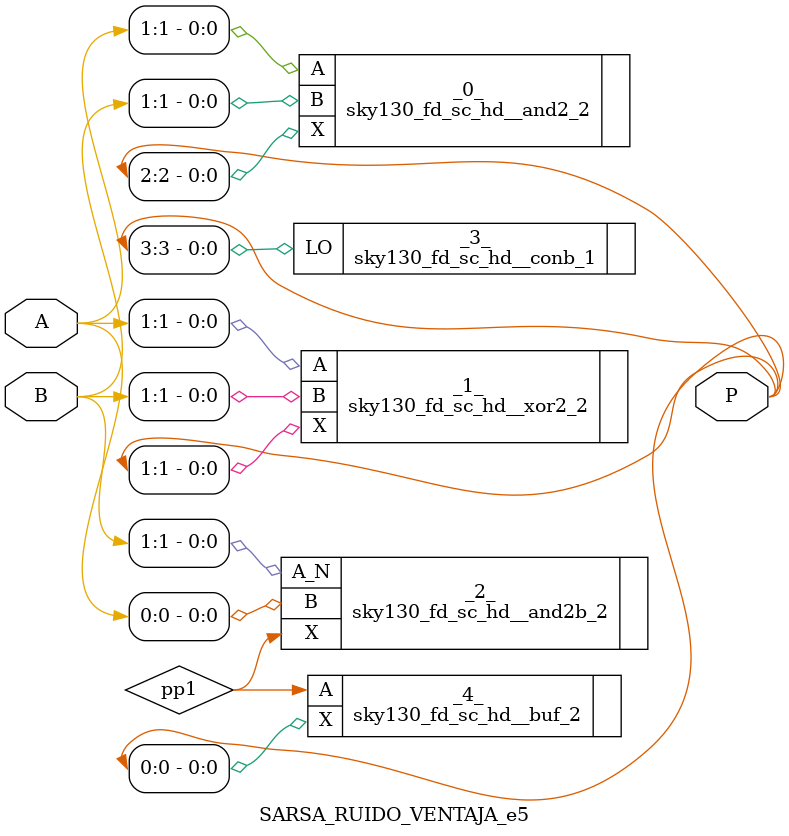
<source format=v>
/* Generated by Yosys 0.46 (git sha1 e97731b9dda91fa5fa53ed87df7c34163ba59a41, clang++ 17.0.6 -fPIC -O3) */

module SARSA_RUIDO_VENTAJA_e5(A, B, P);
  input [1:0] A;
  wire [1:0] A;
  input [1:0] B;
  wire [1:0] B;
  output [3:0] P;
  wire [3:0] P;
  wire pp1;
  sky130_fd_sc_hd__and2_2 _0_ (
    .A(A[1]),
    .B(B[1]),
    .X(P[2])
  );
  sky130_fd_sc_hd__xor2_2 _1_ (
    .A(A[1]),
    .B(B[1]),
    .X(P[1])
  );
  sky130_fd_sc_hd__and2b_2 _2_ (
    .A_N(B[1]),
    .B(A[0]),
    .X(pp1)
  );
  sky130_fd_sc_hd__conb_1 _3_ (
    .LO(P[3])
  );
  sky130_fd_sc_hd__buf_2 _4_ (
    .A(pp1),
    .X(P[0])
  );
endmodule

</source>
